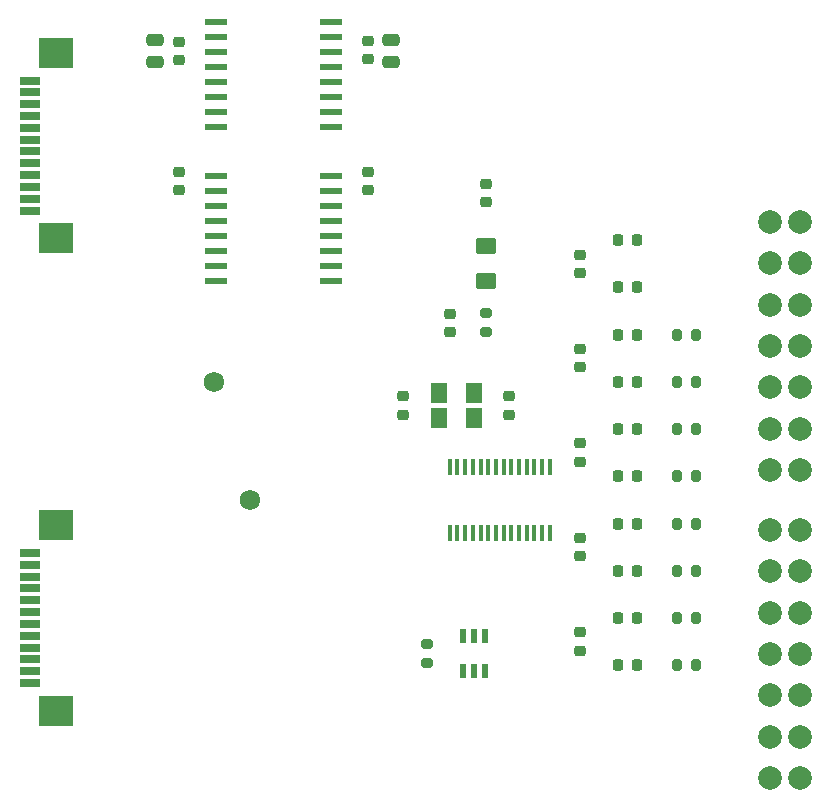
<source format=gbr>
%TF.GenerationSoftware,KiCad,Pcbnew,9.0.0*%
%TF.CreationDate,2025-03-09T08:23:50+03:00*%
%TF.ProjectId,PM_CNV-AI4_W,504d5f43-4e56-42d4-9149-345f572e6b69,rev?*%
%TF.SameCoordinates,Original*%
%TF.FileFunction,Soldermask,Top*%
%TF.FilePolarity,Negative*%
%FSLAX46Y46*%
G04 Gerber Fmt 4.6, Leading zero omitted, Abs format (unit mm)*
G04 Created by KiCad (PCBNEW 9.0.0) date 2025-03-09 08:23:50*
%MOMM*%
%LPD*%
G01*
G04 APERTURE LIST*
G04 Aperture macros list*
%AMRoundRect*
0 Rectangle with rounded corners*
0 $1 Rounding radius*
0 $2 $3 $4 $5 $6 $7 $8 $9 X,Y pos of 4 corners*
0 Add a 4 corners polygon primitive as box body*
4,1,4,$2,$3,$4,$5,$6,$7,$8,$9,$2,$3,0*
0 Add four circle primitives for the rounded corners*
1,1,$1+$1,$2,$3*
1,1,$1+$1,$4,$5*
1,1,$1+$1,$6,$7*
1,1,$1+$1,$8,$9*
0 Add four rect primitives between the rounded corners*
20,1,$1+$1,$2,$3,$4,$5,0*
20,1,$1+$1,$4,$5,$6,$7,0*
20,1,$1+$1,$6,$7,$8,$9,0*
20,1,$1+$1,$8,$9,$2,$3,0*%
G04 Aperture macros list end*
%ADD10RoundRect,0.200000X-0.200000X-0.275000X0.200000X-0.275000X0.200000X0.275000X-0.200000X0.275000X0*%
%ADD11RoundRect,0.225000X0.250000X-0.225000X0.250000X0.225000X-0.250000X0.225000X-0.250000X-0.225000X0*%
%ADD12RoundRect,0.225000X0.225000X0.250000X-0.225000X0.250000X-0.225000X-0.250000X0.225000X-0.250000X0*%
%ADD13C,2.000000*%
%ADD14C,1.725000*%
%ADD15RoundRect,0.200000X-0.275000X0.200000X-0.275000X-0.200000X0.275000X-0.200000X0.275000X0.200000X0*%
%ADD16RoundRect,0.250000X0.475000X-0.250000X0.475000X0.250000X-0.475000X0.250000X-0.475000X-0.250000X0*%
%ADD17RoundRect,0.250001X0.624999X-0.462499X0.624999X0.462499X-0.624999X0.462499X-0.624999X-0.462499X0*%
%ADD18R,1.803400X0.635000*%
%ADD19R,2.997200X2.590800*%
%ADD20RoundRect,0.200000X0.275000X-0.200000X0.275000X0.200000X-0.275000X0.200000X-0.275000X-0.200000X0*%
%ADD21R,1.397000X1.738275*%
%ADD22R,1.854200X0.482600*%
%ADD23R,0.558800X1.181100*%
%ADD24R,0.355600X1.473200*%
%ADD25RoundRect,0.225000X-0.250000X0.225000X-0.250000X-0.225000X0.250000X-0.225000X0.250000X0.225000X0*%
G04 APERTURE END LIST*
D10*
%TO.C,R5*%
X21175000Y6000000D03*
X22825000Y6000000D03*
%TD*%
D11*
%TO.C,C2*%
X-21000000Y37225000D03*
X-21000000Y38775000D03*
%TD*%
D10*
%TO.C,R9*%
X21175000Y-10000000D03*
X22825000Y-10000000D03*
%TD*%
D12*
%TO.C,C20*%
X17775000Y14000000D03*
X16225000Y14000000D03*
%TD*%
%TO.C,C21*%
X17775000Y10000000D03*
X16225000Y10000000D03*
%TD*%
D11*
%TO.C,C9*%
X2000000Y14225000D03*
X2000000Y15775000D03*
%TD*%
%TO.C,C17*%
X13000000Y-12775000D03*
X13000000Y-11225000D03*
%TD*%
D13*
%TO.C,J3*%
X29090000Y2540000D03*
X29090000Y6040000D03*
X29090000Y9540000D03*
X29090000Y13040000D03*
X29090000Y16540000D03*
X29090000Y20040000D03*
X29090000Y23540000D03*
X31590000Y2540000D03*
X31590000Y6040000D03*
X31590000Y9540000D03*
X31590000Y13040000D03*
X31590000Y16540000D03*
X31590000Y20040000D03*
X31590000Y23540000D03*
%TD*%
D11*
%TO.C,C14*%
X13000000Y11225000D03*
X13000000Y12775000D03*
%TD*%
D12*
%TO.C,C19*%
X17775000Y18000000D03*
X16225000Y18000000D03*
%TD*%
D11*
%TO.C,C15*%
X13000000Y3225000D03*
X13000000Y4775000D03*
%TD*%
D12*
%TO.C,C18*%
X17775000Y22000000D03*
X16225000Y22000000D03*
%TD*%
D14*
%TO.C,U3*%
X-15000000Y0D03*
%TD*%
D15*
%TO.C,R2*%
X5000000Y15825000D03*
X5000000Y14175000D03*
%TD*%
D12*
%TO.C,C25*%
X17775000Y-6000000D03*
X16225000Y-6000000D03*
%TD*%
D14*
%TO.C,U2*%
X-18000000Y10000000D03*
%TD*%
D10*
%TO.C,R4*%
X21175000Y10000000D03*
X22825000Y10000000D03*
%TD*%
D16*
%TO.C,C1*%
X-23000000Y37050000D03*
X-23000000Y38950000D03*
%TD*%
D12*
%TO.C,C23*%
X17775000Y2000000D03*
X16225000Y2000000D03*
%TD*%
D11*
%TO.C,C7*%
X-2000000Y7225000D03*
X-2000000Y8775000D03*
%TD*%
%TO.C,C4*%
X-5000000Y37325000D03*
X-5000000Y38875000D03*
%TD*%
D17*
%TO.C,L1*%
X5000000Y18512500D03*
X5000000Y21487500D03*
%TD*%
D13*
%TO.C,J4*%
X29090000Y-23540000D03*
X29090000Y-20040000D03*
X29090000Y-16540000D03*
X29090000Y-13040000D03*
X29090000Y-9540000D03*
X29090000Y-6040000D03*
X29090000Y-2540000D03*
X31590000Y-23540000D03*
X31590000Y-20040000D03*
X31590000Y-16540000D03*
X31590000Y-13040000D03*
X31590000Y-9540000D03*
X31590000Y-6040000D03*
X31590000Y-2540000D03*
%TD*%
D18*
%TO.C,J2*%
X-33556000Y-15499992D03*
X-33556000Y-14499994D03*
X-33556000Y-13499996D03*
X-33556000Y-12499998D03*
X-33556000Y-11500000D03*
X-33556000Y-10500000D03*
X-33556000Y-9500000D03*
X-33556000Y-8500000D03*
X-33556000Y-7500002D03*
X-33556000Y-6500004D03*
X-33556000Y-5500006D03*
X-33556000Y-4500008D03*
D19*
X-31385999Y-17850003D03*
X-31385999Y-2149997D03*
%TD*%
D20*
%TO.C,R1*%
X0Y-13825000D03*
X0Y-12175000D03*
%TD*%
D21*
%TO.C,C8*%
X1000000Y6913337D03*
X1000000Y9086663D03*
%TD*%
D12*
%TO.C,C24*%
X17775000Y-2000000D03*
X16225000Y-2000000D03*
%TD*%
D22*
%TO.C,U5*%
X-17876800Y27445000D03*
X-17876800Y26175000D03*
X-17876800Y24905000D03*
X-17876800Y23635000D03*
X-17876800Y22365000D03*
X-17876800Y21095000D03*
X-17876800Y19825000D03*
X-17876800Y18555000D03*
X-8123200Y18555000D03*
X-8123200Y19825000D03*
X-8123200Y21095000D03*
X-8123200Y22365000D03*
X-8123200Y23635000D03*
X-8123200Y24905000D03*
X-8123200Y26175000D03*
X-8123200Y27445000D03*
%TD*%
D11*
%TO.C,C16*%
X13000000Y-4775000D03*
X13000000Y-3225000D03*
%TD*%
D23*
%TO.C,U6*%
X4950001Y-11533150D03*
X4000000Y-11533150D03*
X3049999Y-11533150D03*
X3049999Y-14466850D03*
X4000000Y-14466850D03*
X4950001Y-14466850D03*
%TD*%
D12*
%TO.C,C27*%
X17775000Y-14000000D03*
X16225000Y-14000000D03*
%TD*%
D11*
%TO.C,C11*%
X5000000Y25225000D03*
X5000000Y26775000D03*
%TD*%
D16*
%TO.C,C6*%
X-3000000Y37050000D03*
X-3000000Y38950000D03*
%TD*%
D24*
%TO.C,U7*%
X1950000Y-2819400D03*
X2600001Y-2819400D03*
X3250000Y-2819400D03*
X3900001Y-2819400D03*
X4549999Y-2819400D03*
X5200001Y-2819400D03*
X5849999Y-2819400D03*
X6499998Y-2819400D03*
X7149999Y-2819400D03*
X7799998Y-2819400D03*
X8449999Y-2819400D03*
X9099998Y-2819400D03*
X9749999Y-2819400D03*
X10399998Y-2819400D03*
X10400000Y2819400D03*
X9749999Y2819400D03*
X9100000Y2819400D03*
X8449999Y2819400D03*
X7800001Y2819400D03*
X7149999Y2819400D03*
X6500001Y2819400D03*
X5849999Y2819400D03*
X5200001Y2819400D03*
X4549999Y2819400D03*
X3900001Y2819400D03*
X3250000Y2819400D03*
X2600001Y2819400D03*
X1950000Y2819400D03*
%TD*%
D11*
%TO.C,C12*%
X7000000Y7225000D03*
X7000000Y8775000D03*
%TD*%
D10*
%TO.C,R7*%
X21175000Y-2000000D03*
X22825000Y-2000000D03*
%TD*%
D18*
%TO.C,J1*%
X-33556000Y24500008D03*
X-33556000Y25500006D03*
X-33556000Y26500004D03*
X-33556000Y27500002D03*
X-33556000Y28500000D03*
X-33556000Y29500000D03*
X-33556000Y30500000D03*
X-33556000Y31500000D03*
X-33556000Y32499998D03*
X-33556000Y33499996D03*
X-33556000Y34499994D03*
X-33556000Y35499992D03*
D19*
X-31385999Y22149997D03*
X-31385999Y37850003D03*
%TD*%
D11*
%TO.C,C13*%
X13000000Y19225000D03*
X13000000Y20775000D03*
%TD*%
D12*
%TO.C,C26*%
X17775000Y-10000000D03*
X16225000Y-10000000D03*
%TD*%
D10*
%TO.C,R3*%
X21175000Y14000000D03*
X22825000Y14000000D03*
%TD*%
D12*
%TO.C,C22*%
X17775000Y6000000D03*
X16225000Y6000000D03*
%TD*%
D10*
%TO.C,R8*%
X21175000Y-6000000D03*
X22825000Y-6000000D03*
%TD*%
D21*
%TO.C,C10*%
X4000000Y6913337D03*
X4000000Y9086663D03*
%TD*%
D11*
%TO.C,C5*%
X-5000000Y26225000D03*
X-5000000Y27775000D03*
%TD*%
D22*
%TO.C,U4*%
X-17876800Y40445000D03*
X-17876800Y39175000D03*
X-17876800Y37905000D03*
X-17876800Y36635000D03*
X-17876800Y35365000D03*
X-17876800Y34095000D03*
X-17876800Y32825000D03*
X-17876800Y31555000D03*
X-8123200Y31555000D03*
X-8123200Y32825000D03*
X-8123200Y34095000D03*
X-8123200Y35365000D03*
X-8123200Y36635000D03*
X-8123200Y37905000D03*
X-8123200Y39175000D03*
X-8123200Y40445000D03*
%TD*%
D25*
%TO.C,C3*%
X-21000000Y27775000D03*
X-21000000Y26225000D03*
%TD*%
D10*
%TO.C,R6*%
X21175000Y2000000D03*
X22825000Y2000000D03*
%TD*%
%TO.C,R10*%
X21175000Y-14000000D03*
X22825000Y-14000000D03*
%TD*%
M02*

</source>
